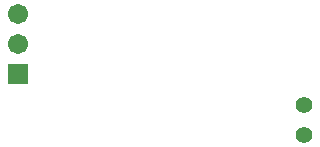
<source format=gbs>
G04*
G04 #@! TF.GenerationSoftware,Altium Limited,Altium Designer,21.8.1 (53)*
G04*
G04 Layer_Color=16711935*
%FSLAX25Y25*%
%MOIN*%
G70*
G04*
G04 #@! TF.SameCoordinates,ED125225-5C5F-433F-9D6F-92EC8C22B427*
G04*
G04*
G04 #@! TF.FilePolarity,Negative*
G04*
G01*
G75*
%ADD15C,0.05524*%
%ADD16R,0.06706X0.06706*%
%ADD17C,0.06706*%
D15*
X103500Y152500D02*
D03*
Y142500D02*
D03*
D16*
X8000Y163000D02*
D03*
D17*
Y173000D02*
D03*
Y183000D02*
D03*
M02*

</source>
